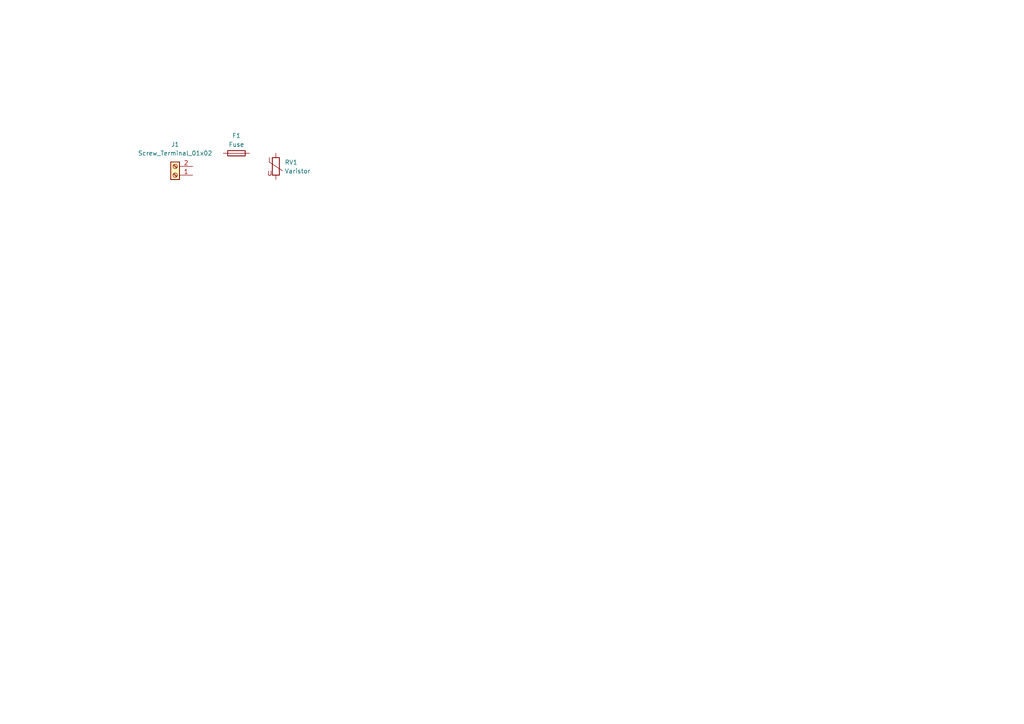
<source format=kicad_sch>
(kicad_sch (version 20230121) (generator eeschema)
  (paper "A4")
  (lib_symbols
    (symbol "Connector:Screw_Terminal_01x02" (pin_names (offset 1.016) hide)
      (property "Reference" "J" (at 0 2.54 0))
      (property "Value" "Screw_Terminal_01x02" (at 0 -5.08 0))
      (symbol "Screw_Terminal_01x02_1_1"
        (rectangle (start -1.27 1.27) (end 1.27 -3.81) (stroke (width 0.254)) (fill (type background)))
        (circle (center 0 -2.54) (radius 0.635) (stroke (width 0.1524)))
        (polyline (pts (xy -0.5334 -2.2098) (xy 0.3302 -3.048)) (stroke (width 0.1524)))
        (polyline (pts (xy -0.5334 0.3302) (xy 0.3302 -0.508)) (stroke (width 0.1524)))
        (polyline (pts (xy -0.3556 -2.032) (xy 0.508 -2.8702)) (stroke (width 0.1524)))
        (polyline (pts (xy -0.3556 0.508) (xy 0.508 -0.3302)) (stroke (width 0.1524)))
        (circle (center 0 0) (radius 0.635) (stroke (width 0.1524)))
        (pin passive line (at -5.08 0 0) (length 3.81) (name "Pin_1") (number "1"))
        (pin passive line (at -5.08 -2.54 0) (length 3.81) (name "Pin_2") (number "2"))
      )
    )
    (symbol "Device:Fuse" (pin_numbers hide) (pin_names (offset 0))
      (property "Reference" "F" (at 2.032 0 90))
      (property "Value" "Fuse" (at -1.905 0 90))
      (symbol "Fuse_0_1"
        (rectangle (start -0.762 -2.54) (end 0.762 2.54) (stroke (width 0.254)))
        (polyline (pts (xy 0 2.54) (xy 0 -2.54)))
      )
      (symbol "Fuse_1_1"
        (pin passive line (at 0 3.81 270) (length 1.27) (name "~") (number "1"))
        (pin passive line (at 0 -3.81 90) (length 1.27) (name "~") (number "2"))
      )
    )
    (symbol "Device:Varistor" (pin_numbers hide) (pin_names (offset 0))
      (property "Reference" "RV" (at 3.175 0 90))
      (property "Value" "Varistor" (at -3.175 0 90))
      (symbol "Varistor_0_0"
        (text "U" (at -1.778 -2.032 0) (effects (font (size 1.27 1.27))))
      )
      (symbol "Varistor_0_1"
        (rectangle (start -1.016 -2.54) (end 1.016 2.54) (stroke (width 0.254)))
        (polyline (pts (xy -1.905 2.54) (xy -1.905 1.27) (xy 1.905 -1.27)))
      )
      (symbol "Varistor_1_1"
        (pin passive line (at 0 3.81 270) (length 1.27) (name "~") (number "1"))
        (pin passive line (at 0 -3.81 90) (length 1.27) (name "~") (number "2"))
      )
    )
  )
  (symbol (lib_id "Device:Fuse") (at 68.58 44.45 90) (unit 1)
    (property "Reference" "F1" (at 68.58 39.37 90))
    (property "Value" "Fuse" (at 68.58 41.91 90))
    (property "Footprint" "Fuse:Fuseholder_Clip-5x20mm_Littelfuse_100_Inline_P20.50x4.60mm_D1.30mm_Horizontal" (effects hide))
  )
  (symbol (lib_id "Connector:Screw_Terminal_01x02") (at 50.8 50.8 180) (unit 1)
    (property "Reference" "J1" (at 50.8 41.91 0))
    (property "Value" "Screw_Terminal_01x02" (at 50.8 44.45 0))
  )
  (symbol (lib_id "Device:Varistor") (at 80.01 48.26 0) (unit 1)
    (property "Reference" "RV1" (at 82.55 47.0892 0) (effects (justify left)))
    (property "Value" "Varistor" (at 82.55 49.6292 0) (effects (justify left)))
    (property "Sim.Name" "kicad_builtin_varistor" (effects hide))
    (property "Sim.Device" "SUBCKT" (effects hide))
    (property "Sim.Pins" "1=A 2=B" (effects hide))
    (property "Sim.Params" "threshold=1k" (effects hide))
    (property "Sim.Library" "${KICAD7_SYMBOL_DIR}/Simulation_SPICE.sp" (effects hide))
  )
)
</source>
